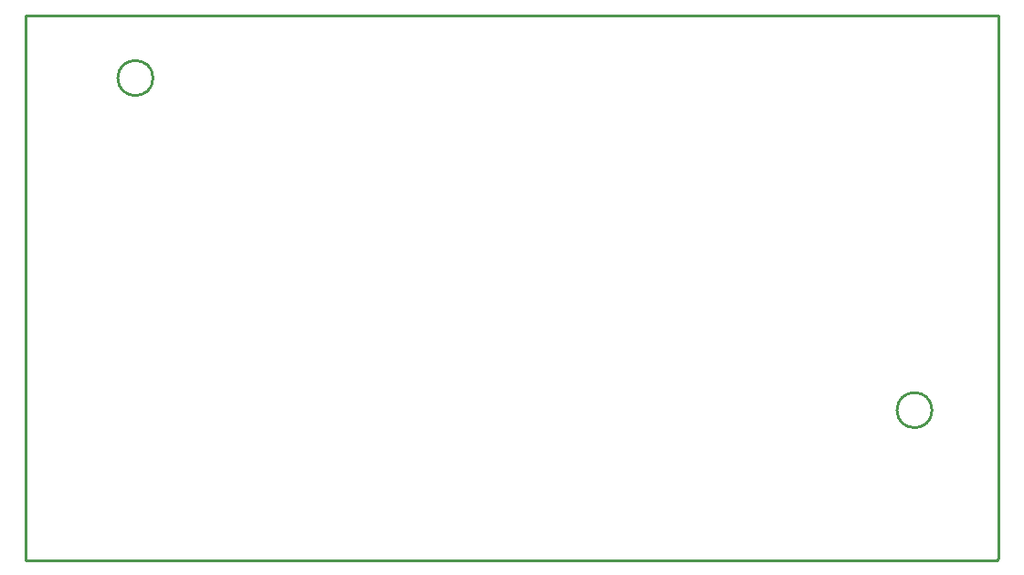
<source format=gko>
%FSLAX25Y25*%
%MOIN*%
G70*
G01*
G75*
G04 Layer_Color=16711935*
%ADD10R,0.04724X0.05512*%
%ADD11R,0.05500X0.07700*%
%ADD12R,0.04200X0.08800*%
%ADD13R,0.04000X0.04000*%
%ADD14R,0.07200X0.16000*%
%ADD15R,0.07200X0.08000*%
%ADD16R,0.08000X0.02500*%
%ADD17R,0.02500X0.04000*%
%ADD18R,0.01400X0.04000*%
%ADD19R,0.08800X0.04200*%
%ADD20R,0.04000X0.04000*%
%ADD21R,0.07000X0.06000*%
%ADD22R,0.05512X0.04724*%
%ADD23R,0.05906X0.04724*%
%ADD24R,0.02953X0.02362*%
%ADD25R,0.04000X0.03500*%
%ADD26R,0.03937X0.07087*%
%ADD27R,0.04724X0.03150*%
%ADD28R,0.02362X0.02953*%
%ADD29R,0.02362X0.07874*%
%ADD30R,0.03150X0.04724*%
%ADD31R,0.05906X0.01969*%
%ADD32R,0.05906X0.02362*%
%ADD33R,0.05906X0.02480*%
%ADD34R,0.06000X0.07000*%
%ADD35R,0.07700X0.05500*%
%ADD36O,0.01180X0.05906*%
%ADD37O,0.05906X0.01180*%
%ADD38R,0.17716X0.17716*%
%ADD39C,0.02000*%
%ADD40C,0.01000*%
%ADD41C,0.04000*%
%ADD42C,0.08000*%
%ADD43C,0.10000*%
%ADD44C,0.08000*%
%ADD45R,0.08000X0.08000*%
%ADD46R,0.08000X0.06000*%
%ADD47O,0.08000X0.06000*%
%ADD48C,0.06000*%
%ADD49R,0.06000X0.06000*%
%ADD50R,0.05906X0.05906*%
%ADD51C,0.05906*%
%ADD52R,0.06000X0.08000*%
%ADD53O,0.06000X0.08000*%
%ADD54C,0.20000*%
%ADD55C,0.04000*%
%ADD56R,0.03000X0.03000*%
%ADD57C,0.02500*%
%ADD58C,0.05000*%
%ADD59R,0.17700X0.17700*%
%ADD60C,0.00600*%
%ADD61C,0.00984*%
%ADD62C,0.00787*%
%ADD63C,0.00800*%
%ADD64C,0.00400*%
%ADD65R,0.05524X0.06312*%
%ADD66R,0.06300X0.08500*%
%ADD67R,0.05000X0.09600*%
%ADD68R,0.04800X0.04800*%
%ADD69R,0.08000X0.16800*%
%ADD70R,0.08000X0.08800*%
%ADD71R,0.08800X0.03300*%
%ADD72R,0.03300X0.04800*%
%ADD73R,0.02200X0.04800*%
%ADD74R,0.09600X0.05000*%
%ADD75R,0.04800X0.04800*%
%ADD76R,0.07800X0.06800*%
%ADD77R,0.06312X0.05524*%
%ADD78R,0.06706X0.05524*%
%ADD79R,0.03753X0.03162*%
%ADD80R,0.04800X0.04300*%
%ADD81R,0.04737X0.07887*%
%ADD82R,0.05524X0.03950*%
%ADD83R,0.03162X0.03753*%
%ADD84R,0.03162X0.08674*%
%ADD85R,0.03950X0.05524*%
%ADD86R,0.06706X0.02769*%
%ADD87R,0.06706X0.03162*%
%ADD88R,0.06706X0.03280*%
%ADD89R,0.06800X0.07800*%
%ADD90R,0.08500X0.06300*%
%ADD91O,0.01580X0.06306*%
%ADD92O,0.06306X0.01580*%
%ADD93C,0.08800*%
%ADD94R,0.08800X0.08800*%
%ADD95R,0.08800X0.06800*%
%ADD96O,0.08800X0.06800*%
%ADD97C,0.06800*%
%ADD98R,0.06800X0.06800*%
%ADD99R,0.06706X0.06706*%
%ADD100C,0.06706*%
%ADD101R,0.06800X0.08800*%
%ADD102O,0.06800X0.08800*%
%ADD103C,0.20800*%
%ADD104C,0.12000*%
%ADD105C,0.03300*%
%ADD106C,0.05800*%
%ADD107C,0.04800*%
%ADD108R,0.18500X0.18500*%
%ADD109C,0.00010*%
%ADD110C,0.00394*%
D40*
X330703Y54700D02*
G03*
X330703Y54700I-6403J0D01*
G01*
X46403Y176000D02*
G03*
X46403Y176000I-6403J0D01*
G01*
X0Y0D02*
Y198900D01*
X355000D01*
X354800Y198700D02*
X355000Y198900D01*
X354800Y500D02*
Y198700D01*
X354300Y0D02*
X354800Y500D01*
X353400Y0D02*
X354300D01*
X0D02*
X353400D01*
M02*

</source>
